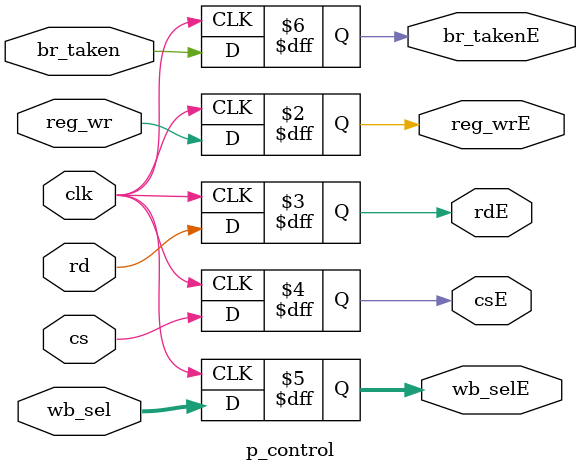
<source format=sv>
module p_control(
    input logic clk,
    input logic reg_wr,
    input logic rd,
    input logic cs,
    input logic [1:0]wb_sel,
    input logic br_taken,
    output logic reg_wrE,
    output logic rdE,
    output logic csE,
    output logic [1:0]wb_selE,
    output logic br_takenE
);
always @(posedge clk)begin
    if (clk) begin 
            reg_wrE=reg_wr;
            csE=cs;
            rdE=rd;
            wb_selE=wb_sel;
            br_takenE=br_taken;
    end
end  

endmodule
</source>
